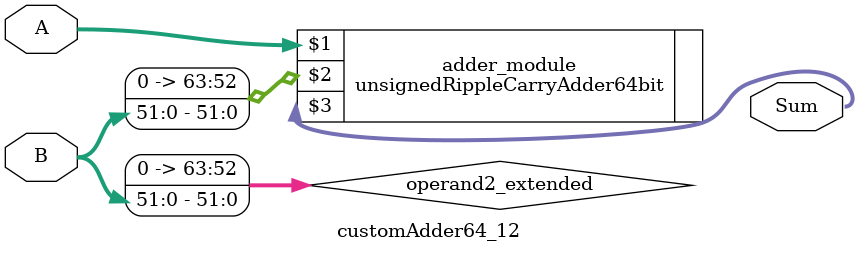
<source format=v>
module customAdder64_12(
                        input [63 : 0] A,
                        input [51 : 0] B,
                        
                        output [64 : 0] Sum
                );

        wire [63 : 0] operand2_extended;
        
        assign operand2_extended =  {12'b0, B};
        
        unsignedRippleCarryAdder64bit adder_module(
            A,
            operand2_extended,
            Sum
        );
        
        endmodule
        
</source>
